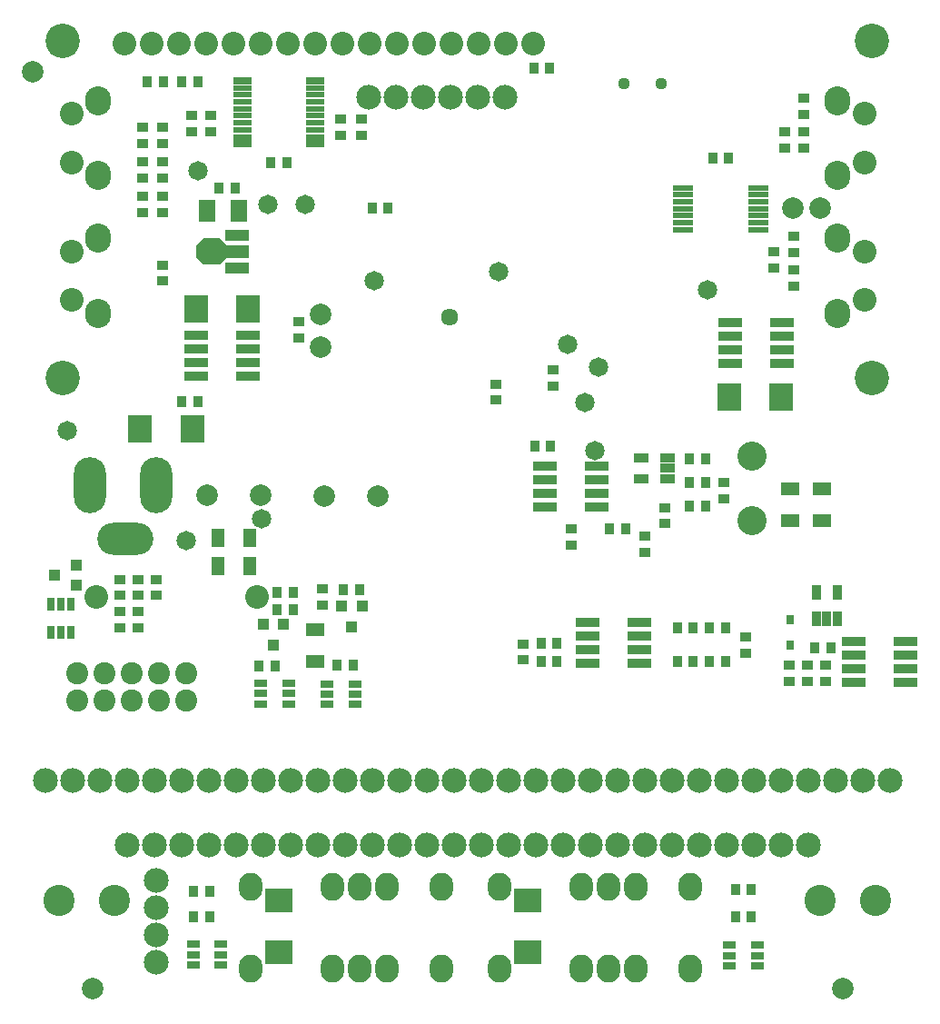
<source format=gbs>
%FSTAX23Y23*%
%MOIN*%
%SFA1B1*%

%IPPOS*%
%ADD75C,0.078700*%
%ADD77R,0.039800X0.043700*%
%ADD78R,0.031900X0.043700*%
%ADD79R,0.043700X0.031900*%
%ADD81R,0.035800X0.055500*%
%ADD82R,0.031900X0.055500*%
%ADD83R,0.090900X0.031900*%
%ADD86R,0.028000X0.047600*%
%ADD92C,0.087000*%
%ADD93C,0.090900*%
%ADD94C,0.079100*%
%ADD95C,0.114600*%
%ADD96O,0.094900X0.106700*%
%ADD97O,0.118500X0.205100*%
%ADD98O,0.205100X0.118500*%
%ADD99O,0.087000X0.102800*%
%ADD100C,0.081100*%
%ADD101C,0.106700*%
%ADD102C,0.126400*%
%ADD103C,0.043700*%
%ADD104C,0.071300*%
%ADD105C,0.063400*%
%ADD106R,0.071300X0.051600*%
%ADD107R,0.047600X0.028000*%
%ADD108R,0.051600X0.071300*%
%ADD109R,0.055500X0.035800*%
%ADD110R,0.055500X0.031900*%
%ADD111R,0.043700X0.039800*%
%ADD112R,0.059400X0.079100*%
%ADD113R,0.087000X0.098800*%
%ADD114R,0.098800X0.087000*%
%ADD115R,0.026000X0.033900*%
%ADD116R,0.073200X0.024000*%
%ADD117R,0.071300X0.025200*%
%ADD118R,0.071300X0.023200*%
%ADD119R,0.087000X0.043700*%
%ADD120R,0.087000X0.046100*%
%LNrelaytester-1*%
%LPD*%
G36*
X00782Y02831D02*
X00783Y02831D01*
X00783*
X00783Y02831*
X00784Y02831*
X00784Y0283*
X00784Y0283*
X00785Y0283*
X0081Y02805*
X0081Y02804*
X0081Y02804*
X0081Y02803*
Y02803*
X00811Y02803*
X00811Y02802*
Y02802*
Y02764*
Y02764*
X00811Y02763*
Y02763*
X0081Y02763*
X0081Y02762*
X0081Y02762*
X0081Y02762*
X0081Y02761*
X00785Y02736*
X00784Y02736*
X00784Y02736*
X00783Y02735*
X00783*
X00783Y02735*
X00782Y02735*
X00782Y02735*
X00725*
X00725Y02735*
X00724*
X00724Y02735*
X00724Y02735*
X00723Y02736*
X00723Y02736*
X00723Y02736*
X00722Y02736*
X00697Y02761*
X00697Y02762*
X00697Y02762*
X00697Y02763*
X00696Y02763*
X00696Y02763*
X00696Y02764*
X00696Y02764*
Y02802*
X00696Y02802*
X00696Y02803*
Y02803*
X00697Y02803*
X00697Y02804*
X00697Y02804*
X00697Y02804*
X00697Y02805*
X00722Y0283*
X00723Y0283*
X00723Y02831*
X00724Y02831*
X00724*
X00724Y02831*
X00725Y02831*
X00725*
X00782*
X00782*
G37*
G54D75*
X00098Y03444D03*
X0307Y00078D03*
X00315D03*
G54D77*
X0123Y01484D03*
X01305D03*
X01267Y01405D03*
X00942Y01417D03*
X01017D03*
X0098Y01338D03*
G54D78*
X01297Y01543D03*
X01238D03*
X01053Y01468D03*
X00994D03*
X02565Y01937D03*
X02505D03*
Y02023D03*
X02565D03*
X02505Y0185D03*
X02565D03*
X01998Y0207D03*
X01939D03*
X02214Y01767D03*
X02273D03*
X00702Y02232D03*
X00643D03*
X02592Y03126D03*
X02651D03*
X00781Y03015D03*
X0084D03*
X01029Y03109D03*
X0097D03*
X01053Y01531D03*
X00994D03*
X00927Y01263D03*
X00986D03*
X01214Y01267D03*
X01273D03*
X02639Y01401D03*
X0258D03*
X02639Y01279D03*
X0258D03*
X02521Y01401D03*
X02462D03*
X02521Y01279D03*
X02462D03*
X01962D03*
X02021D03*
Y01346D03*
X01962D03*
X01935Y03456D03*
X01994D03*
X00746Y00437D03*
X00687D03*
X02734Y00441D03*
X02675D03*
X00687Y00342D03*
X00746D03*
X02675Y00341D03*
X02734D03*
X03025Y0133D03*
X02966D03*
X00576Y03405D03*
X00517D03*
X00702D03*
X00643D03*
X01401Y02944D03*
X01342D03*
G54D79*
X02417Y01785D03*
Y01844D03*
X01074Y02466D03*
Y02525D03*
X02633Y01935D03*
Y01876D03*
X00484Y01462D03*
Y01403D03*
X005Y03053D03*
Y03112D03*
X00574Y03111D03*
Y03052D03*
X02925Y03346D03*
Y03287D03*
X0289Y0284D03*
Y0278D03*
X02712Y01309D03*
Y01368D03*
X00574Y02734D03*
Y02675D03*
X03007Y01206D03*
Y01265D03*
X0294Y01206D03*
Y01265D03*
X00417Y0158D03*
Y01521D03*
Y01462D03*
Y01403D03*
X00551Y01521D03*
Y0158D03*
X02342Y01679D03*
Y01738D03*
X00484Y01521D03*
Y0158D03*
X02074Y01765D03*
Y01706D03*
X00574Y03238D03*
Y03179D03*
X005Y02927D03*
Y02986D03*
X02855Y03162D03*
Y03221D03*
X02818Y02722D03*
Y02781D03*
X01161Y01545D03*
Y01486D03*
X005Y03238D03*
Y03179D03*
X00574Y02927D03*
Y02986D03*
X02925Y03162D03*
Y03221D03*
X0289Y02655D03*
Y02715D03*
X0068Y03224D03*
Y03283D03*
X0075Y03224D03*
Y03283D03*
X01303Y03269D03*
Y0321D03*
X01228Y03269D03*
Y0321D03*
X02874Y01206D03*
Y01265D03*
X01795Y02238D03*
Y02297D03*
X02007Y02289D03*
Y02348D03*
X01897Y01285D03*
Y01344D03*
G54D81*
X03049Y01531D03*
X02974D03*
G54D82*
X02974Y01437D03*
X03011D03*
X03049D03*
G54D83*
X00696Y02326D03*
Y02376D03*
Y02426D03*
Y02476D03*
X00885Y02326D03*
Y02376D03*
Y02426D03*
Y02476D03*
X01976Y01846D03*
Y01896D03*
Y01946D03*
Y01996D03*
X02165Y01846D03*
Y01896D03*
Y01946D03*
Y01996D03*
X02322Y01421D03*
Y01371D03*
Y01321D03*
Y01271D03*
X02133Y01421D03*
Y01371D03*
Y01321D03*
Y01271D03*
X03299Y01354D03*
Y01304D03*
Y01254D03*
Y01204D03*
X0311Y01354D03*
Y01304D03*
Y01254D03*
Y01204D03*
X02657Y02373D03*
Y02423D03*
Y02473D03*
Y02523D03*
X02846Y02373D03*
Y02423D03*
Y02473D03*
Y02523D03*
G54D86*
X002Y01385D03*
X00163D03*
X00238D03*
Y01488D03*
X002D03*
X00163D03*
G54D92*
X0033Y01515D03*
X00921D03*
X00433Y03547D03*
X00533D03*
X00633D03*
X00733D03*
X00833D03*
X00933D03*
X01033D03*
X01133D03*
X01233D03*
X01333D03*
X01433D03*
X01533D03*
X01633D03*
X01733D03*
X01833D03*
X01933D03*
X0024Y03288D03*
Y0311D03*
Y02783D03*
Y02605D03*
X0315Y0311D03*
Y03288D03*
Y02605D03*
Y02783D03*
G54D93*
X00551Y00476D03*
Y00376D03*
Y00276D03*
Y00176D03*
X00442Y00841D03*
X00342D03*
X00242D03*
X00142D03*
X00542D03*
X00642D03*
X00742D03*
X00842D03*
X00942D03*
X01042D03*
X01142D03*
X01242D03*
X01342D03*
X01442D03*
X01542D03*
X01642D03*
X01742D03*
X01842D03*
X01942D03*
X02042D03*
X02142D03*
X02242D03*
X02342D03*
X02442D03*
X02542D03*
X02642D03*
X02742D03*
X02842D03*
X02942D03*
X03042D03*
X03142D03*
X03242D03*
X00742Y00606D03*
X00642D03*
X00542D03*
X00442D03*
X00842D03*
X00942D03*
X01042D03*
X01142D03*
X01242D03*
X01342D03*
X01442D03*
X01542D03*
X01642D03*
X01742D03*
X01842D03*
X01942D03*
X02042D03*
X02142D03*
X02242D03*
X02342D03*
X02442D03*
X02542D03*
X02642D03*
X02742D03*
X02842D03*
X02942D03*
X01331Y0335D03*
X01431D03*
X01531D03*
X01631D03*
X01731D03*
X01831D03*
G54D94*
X01362Y01885D03*
X01165D03*
X00933Y01889D03*
X00736D03*
X01153Y02432D03*
Y02552D03*
X02888Y02944D03*
X02988D03*
G54D95*
X03189Y00401D03*
X02988D03*
X00395D03*
X00194D03*
G54D96*
X00338Y03337D03*
Y03061D03*
Y02832D03*
Y02556D03*
X03051Y03061D03*
Y03337D03*
Y02556D03*
Y02832D03*
G54D97*
X00307Y01925D03*
X00551D03*
G54D98*
X00437Y01728D03*
G54D99*
X00897Y00153D03*
X01197D03*
X01297D03*
X01397D03*
X01597D03*
Y00453D03*
X01397D03*
X01297D03*
X01197D03*
X00897D03*
X01811Y00153D03*
X02111D03*
X02211D03*
X02311D03*
X02511D03*
Y00453D03*
X02311D03*
X02211D03*
X02111D03*
X01811D03*
G54D100*
X0026Y01235D03*
Y01135D03*
X0066Y01235D03*
Y01135D03*
X0046D03*
Y01235D03*
X0056Y01135D03*
Y01235D03*
X0036D03*
Y01135D03*
G54D101*
X02736Y02031D03*
Y01795D03*
G54D102*
X03177Y03555D03*
X00208D03*
Y02318D03*
X03177D03*
G54D103*
X02403Y034D03*
X02266D03*
G54D104*
X00224Y02126D03*
X02173Y02358D03*
X02059Y02444D03*
X01807Y02708D03*
X0135Y02677D03*
X01098Y02956D03*
X0096D03*
X00704Y03078D03*
X00937Y01803D03*
X02161Y02051D03*
X00661Y01724D03*
X02574Y02641D03*
X02122Y02228D03*
G54D105*
X01626Y02543D03*
G54D106*
X01133Y01397D03*
Y01279D03*
X02992Y01795D03*
Y01913D03*
X02878Y01795D03*
Y01913D03*
G54D107*
X02653Y00163D03*
Y002D03*
Y00238D03*
X02755D03*
Y00163D03*
Y002D03*
X00685Y00167D03*
Y00204D03*
Y00242D03*
X00787D03*
Y00167D03*
Y00204D03*
X01035Y01161D03*
Y01124D03*
Y01198D03*
X00933D03*
Y01161D03*
Y01124D03*
X01279Y01159D03*
Y01122D03*
Y01196D03*
X01177D03*
Y01159D03*
Y01122D03*
G54D108*
X00893Y01629D03*
X00775D03*
X00893Y01732D03*
X00775D03*
G54D109*
X0233Y02025D03*
Y0195D03*
G54D110*
X02425Y0195D03*
Y01988D03*
Y02025D03*
G54D111*
X00255Y01633D03*
Y01559D03*
X00177Y01596D03*
G54D112*
X00736Y02933D03*
X00854D03*
G54D113*
X0049Y02133D03*
X00682D03*
X02652Y02248D03*
X02844D03*
X00695Y02574D03*
X00887D03*
G54D114*
X01Y00403D03*
Y00211D03*
X01913Y00403D03*
Y00211D03*
G54D115*
X02878Y01433D03*
Y01338D03*
G54D116*
X02483Y02864D03*
Y02889D03*
Y02915D03*
Y0294D03*
Y02966D03*
Y02992D03*
Y03017D03*
X0276Y02864D03*
Y02889D03*
Y02915D03*
Y0294D03*
Y02966D03*
Y02992D03*
Y03017D03*
G54D117*
X01133Y0341D03*
Y03178D03*
X00866Y0341D03*
Y03178D03*
G54D118*
X01133Y03384D03*
Y03358D03*
Y03332D03*
Y03307D03*
Y03281D03*
Y03256D03*
Y0323D03*
Y03204D03*
X00866Y03384D03*
Y03358D03*
Y03332D03*
Y03307D03*
Y03281D03*
Y03256D03*
Y0323D03*
Y03204D03*
G54D119*
X00846Y02724D03*
Y02842D03*
G54D120*
X00846Y02783D03*
M02*
</source>
